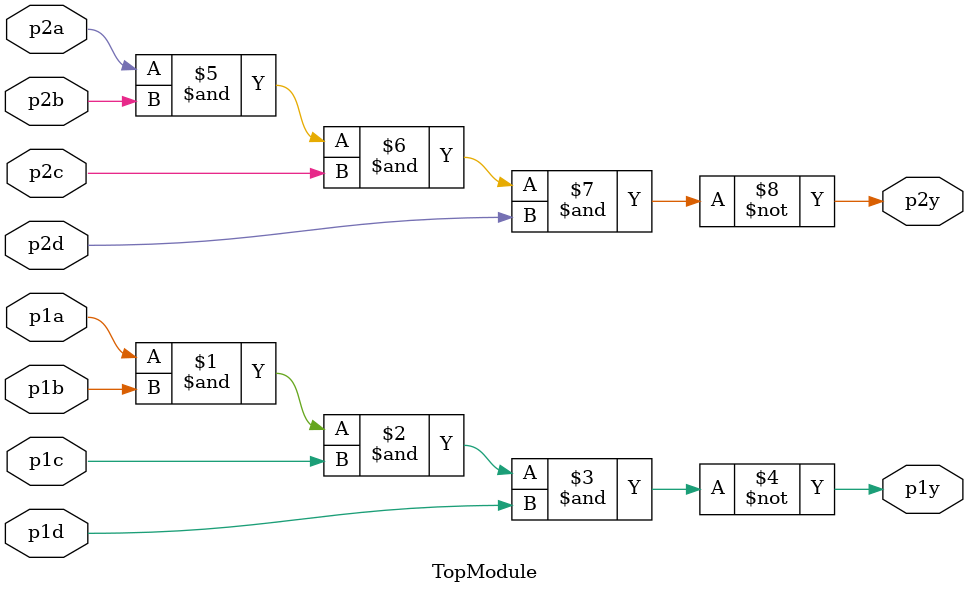
<source format=v>
module TopModule(
    input [0:0] p1a,
    input [0:0] p1b,
    input [0:0] p1c,
    input [0:0] p1d,
    output [0:0] p1y,
    input [0:0] p2a,
    input [0:0] p2b,
    input [0:0] p2c,
    input [0:0] p2d,
    output [0:0] p2y
);

    // Implementing the first 4-input NAND gate
    assign p1y = ~(p1a & p1b & p1c & p1d);

    // Implementing the second 4-input NAND gate
    assign p2y = ~(p2a & p2b & p2c & p2d);

endmodule

</source>
